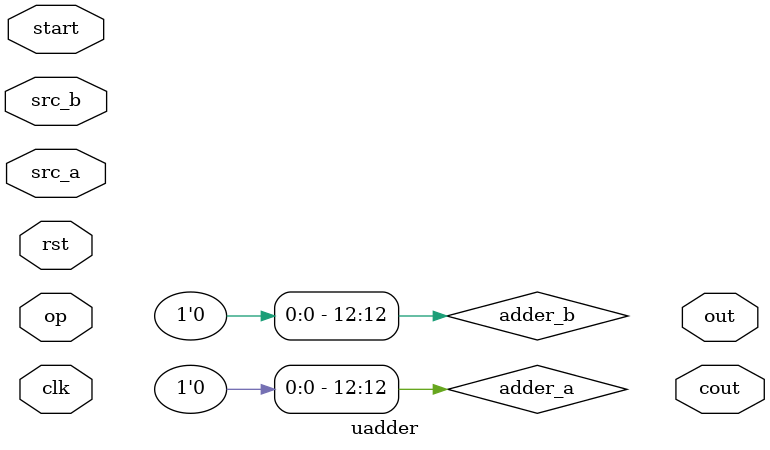
<source format=sv>

typedef enum bit[2:0] {
    ADDER_ADD = 3'b010,
    ADDER_SUB = 3'b011,

    ADDER_EQ  = 3'b000,
    ADDER_NE  = 3'b001,
    ADDER_LT  = 3'b100,
    ADDER_GE  = 3'b101,
    ADDER_LTU = 3'b110,
    ADDER_GEU = 3'b111
} adderOp_t;

module uadder #(
    parameter int WIDTH = 32,
    parameter int WADD = 12,
    localparam int NCYC = (WIDTH + WADD - 1) / WADD,
    localparam int WCYC = $clog2(NCYC)
) (
    input logic clk,
    input logic rst,
    input logic start,

    input adderOp_t op,
    input logic signed[WIDTH-1:0] src_a,
    input logic signed[WIDTH-1:0] src_b,

    output logic[WIDTH-1:0] out,
    output logic cout,
);
    // state registers
    logic[WCYC-1:0] cycle;
    logic cin;

    wire is_sub = op != ADDER_ADD;
    wire is_signed_sub = (op == ADDER_LT | op == ADDER_GE);

    always_ff @(posedge clk) begin
        if (rst) cycle <= 0;
        else if (cycle == NCYC-1) cycle <= 0;
        else if (start) cycle <= cycle + 1;
    end
    
    wire [WADD:0] adder_a, adder_b;
    wire [WADD+1:0] adder_out;

    assign adder_a = src_a[cycle*WADD +: WADD];
    assign adder_b = src_b[cycle*WADD +: WADD];

    


endmodule
</source>
